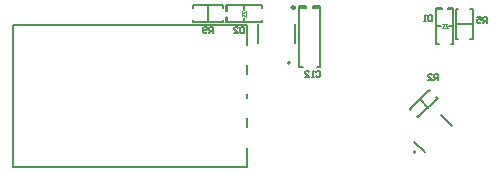
<source format=gbo>
G04*
G04 #@! TF.GenerationSoftware,Altium Limited,Altium Designer,22.10.1 (41)*
G04*
G04 Layer_Color=32896*
%FSTAX24Y24*%
%MOIN*%
G70*
G04*
G04 #@! TF.SameCoordinates,87BD3A09-32BE-4FA1-A735-6A54E07DCED2*
G04*
G04*
G04 #@! TF.FilePolarity,Positive*
G04*
G01*
G75*
%ADD10C,0.0039*%
%ADD11C,0.0079*%
%ADD13C,0.0098*%
%ADD14C,0.0059*%
%ADD15C,0.0050*%
%ADD17C,0.0060*%
%ADD56R,0.0236X0.0059*%
%ADD57R,0.0236X0.0059*%
D10*
X008181Y011D02*
X008319Y011098D01*
Y011D02*
Y011098D01*
X008181Y011089D02*
X008181Y011D01*
X008181Y010911D02*
X008181Y011D01*
X008319Y010902D02*
Y011D01*
X008181D02*
X008319Y010902D01*
X01495Y010669D02*
X015048Y010531D01*
X01495D02*
X015048D01*
X01495Y010669D02*
X015039D01*
X014861D02*
X01495D01*
X014852Y010531D02*
X01495D01*
X014852D02*
X01495Y010669D01*
D11*
X013977Y006388D02*
G03*
X013977Y006388I-000039J0D01*
G01*
X009783Y009366D02*
G03*
X009783Y009366I-000039J0D01*
G01*
X010106Y011191D02*
X010342D01*
Y01127D01*
X010106Y009222D02*
X010224D01*
X010106Y01127D02*
X010342D01*
X010106Y009222D02*
Y01127D01*
X010568Y011184D02*
X010804D01*
X010568D02*
Y011263D01*
X010686Y009216D02*
X010804D01*
X010568Y011263D02*
X010804D01*
Y009216D02*
Y011263D01*
D13*
X009949Y0112D02*
G03*
X009949Y0112I-000049J0D01*
G01*
D14*
X015324Y01065D02*
X015876D01*
X015324Y01115D02*
X0154D01*
X015324Y01015D02*
Y01115D01*
Y01015D02*
X0154D01*
X0158D02*
X015876D01*
Y01115D01*
X0158D02*
X015876D01*
X00765Y0111D02*
X0077D01*
X00765D02*
Y011276D01*
X0077D01*
X00765Y0109D02*
X0077D01*
X00765Y010724D02*
Y0109D01*
Y010724D02*
X0077D01*
X00885Y0112D02*
X00885Y011276D01*
X007659D02*
X00885D01*
X0077Y0111D02*
Y011276D01*
Y010724D02*
Y0109D01*
X007659Y010724D02*
X00885D01*
X00885Y0108D02*
X00885Y010724D01*
X00825D02*
Y010862D01*
Y011138D02*
Y011276D01*
X00755Y010724D02*
Y0108D01*
X00655Y010724D02*
X00755D01*
X00655D02*
Y0108D01*
Y0112D02*
Y011276D01*
X00755D01*
Y0112D02*
Y011276D01*
X00705Y010724D02*
Y011276D01*
X014109Y008141D02*
X014391Y007859D01*
X014427Y00846D02*
X014462Y008424D01*
X01379Y007823D02*
X014427Y00846D01*
X01379Y007823D02*
X013826Y007788D01*
X014038Y007576D02*
X014073Y00754D01*
X01471Y008177D01*
X014674Y008212D02*
X01471Y008177D01*
X01505Y0112D02*
X01505Y01115D01*
X01505Y0112D02*
X015226D01*
X015226Y01115D01*
X01485Y0112D02*
X01485Y01115D01*
X014674Y0112D02*
X01485Y0112D01*
X014674Y01115D02*
X014674Y0112D01*
X01515Y01D02*
X015226D01*
X015226Y011191D01*
X01505Y01115D02*
X015226D01*
X014674D02*
X01485D01*
X014674Y011191D02*
X014674Y01D01*
X01475Y01D01*
X014674Y0106D02*
X014812D01*
X015088D02*
X015226D01*
X000552Y005888D02*
X000552Y010612D01*
X008348D01*
X000552Y005888D02*
X008348Y005888D01*
X008348Y005888D02*
Y006537D01*
Y007207D02*
Y007522D01*
Y008191D02*
Y008309D01*
Y008978D02*
Y009293D01*
Y009963D02*
Y010612D01*
D15*
X014814Y007626D02*
X015176Y007264D01*
X013924Y006736D02*
X014286Y006374D01*
X008734Y010035D02*
Y010665D01*
X009966Y010035D02*
Y010665D01*
D17*
X007217Y01035D02*
Y01055D01*
X007117D01*
X007083Y010517D01*
Y01045D01*
X007117Y010417D01*
X007217D01*
X00715D02*
X007083Y01035D01*
X007017Y010383D02*
X006983Y01035D01*
X006917D01*
X006883Y010383D01*
Y010517D01*
X006917Y01055D01*
X006983D01*
X007017Y010517D01*
Y010483D01*
X006983Y01045D01*
X006883D01*
X016367Y0107D02*
Y0109D01*
X016267D01*
X016233Y010867D01*
Y0108D01*
X016267Y010767D01*
X016367D01*
X0163D02*
X016233Y0107D01*
X016033Y0109D02*
X016167D01*
Y0108D01*
X0161Y010833D01*
X016067D01*
X016033Y0108D01*
Y010733D01*
X016067Y0107D01*
X016133D01*
X016167Y010733D01*
X01471Y00878D02*
Y00898D01*
X01461D01*
X014577Y008947D01*
Y00888D01*
X01461Y008847D01*
X01471D01*
X014643D02*
X014577Y00878D01*
X014377D02*
X01451D01*
X014377Y008913D01*
Y008947D01*
X01441Y00898D01*
X014477D01*
X01451Y008947D01*
X008267Y01055D02*
Y01035D01*
X008167D01*
X008133Y010383D01*
Y010517D01*
X008167Y01055D01*
X008267D01*
X007933Y01035D02*
X008067D01*
X007933Y010483D01*
Y010517D01*
X007967Y01055D01*
X008033D01*
X008067Y010517D01*
X014533Y01095D02*
Y01075D01*
X014433D01*
X0144Y010783D01*
Y010917D01*
X014433Y01095D01*
X014533D01*
X014333Y01075D02*
X014267D01*
X0143D01*
Y01095D01*
X014333Y010917D01*
X010667Y009067D02*
X0107Y0091D01*
X010767D01*
X0108Y009067D01*
Y008933D01*
X010767Y0089D01*
X0107D01*
X010667Y008933D01*
X0106Y0089D02*
X010533D01*
X010567D01*
Y0091D01*
X0106Y009067D01*
X0103Y0089D02*
X010433D01*
X0103Y009033D01*
Y009067D01*
X010333Y0091D01*
X0104D01*
X010433Y009067D01*
D56*
X010224Y01124D02*
D03*
D57*
X010686Y011233D02*
D03*
M02*

</source>
